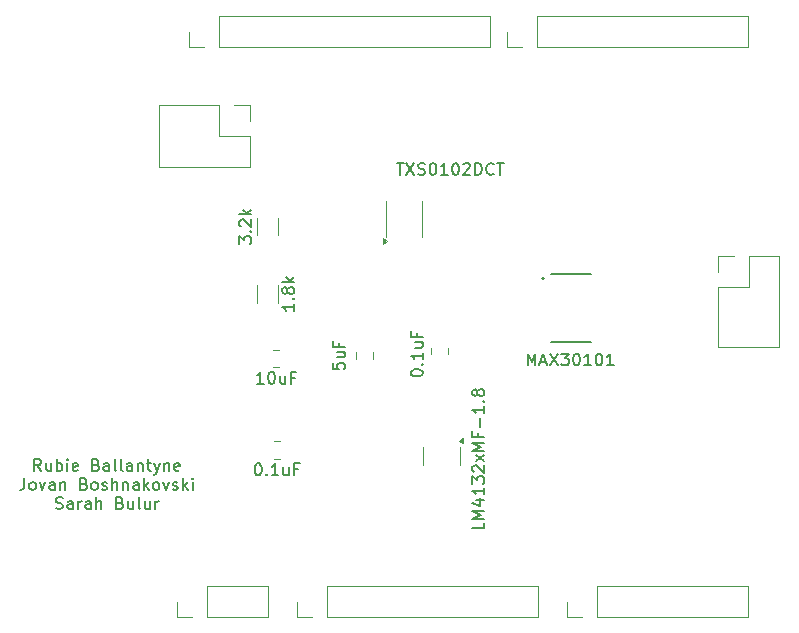
<source format=gbr>
%TF.GenerationSoftware,KiCad,Pcbnew,8.0.5*%
%TF.CreationDate,2024-12-01T00:47:41-06:00*%
%TF.ProjectId,ArduinoUnoR4Shield,41726475-696e-46f5-956e-6f5234536869,1.0*%
%TF.SameCoordinates,Original*%
%TF.FileFunction,Legend,Top*%
%TF.FilePolarity,Positive*%
%FSLAX46Y46*%
G04 Gerber Fmt 4.6, Leading zero omitted, Abs format (unit mm)*
G04 Created by KiCad (PCBNEW 8.0.5) date 2024-12-01 00:47:41*
%MOMM*%
%LPD*%
G01*
G04 APERTURE LIST*
%ADD10C,0.150000*%
%ADD11C,0.200000*%
%ADD12C,0.127000*%
%ADD13C,0.120000*%
G04 APERTURE END LIST*
D10*
X111649570Y-105778875D02*
X111316237Y-105302684D01*
X111078142Y-105778875D02*
X111078142Y-104778875D01*
X111078142Y-104778875D02*
X111459094Y-104778875D01*
X111459094Y-104778875D02*
X111554332Y-104826494D01*
X111554332Y-104826494D02*
X111601951Y-104874113D01*
X111601951Y-104874113D02*
X111649570Y-104969351D01*
X111649570Y-104969351D02*
X111649570Y-105112208D01*
X111649570Y-105112208D02*
X111601951Y-105207446D01*
X111601951Y-105207446D02*
X111554332Y-105255065D01*
X111554332Y-105255065D02*
X111459094Y-105302684D01*
X111459094Y-105302684D02*
X111078142Y-105302684D01*
X112506713Y-105112208D02*
X112506713Y-105778875D01*
X112078142Y-105112208D02*
X112078142Y-105636017D01*
X112078142Y-105636017D02*
X112125761Y-105731256D01*
X112125761Y-105731256D02*
X112220999Y-105778875D01*
X112220999Y-105778875D02*
X112363856Y-105778875D01*
X112363856Y-105778875D02*
X112459094Y-105731256D01*
X112459094Y-105731256D02*
X112506713Y-105683636D01*
X112982904Y-105778875D02*
X112982904Y-104778875D01*
X112982904Y-105159827D02*
X113078142Y-105112208D01*
X113078142Y-105112208D02*
X113268618Y-105112208D01*
X113268618Y-105112208D02*
X113363856Y-105159827D01*
X113363856Y-105159827D02*
X113411475Y-105207446D01*
X113411475Y-105207446D02*
X113459094Y-105302684D01*
X113459094Y-105302684D02*
X113459094Y-105588398D01*
X113459094Y-105588398D02*
X113411475Y-105683636D01*
X113411475Y-105683636D02*
X113363856Y-105731256D01*
X113363856Y-105731256D02*
X113268618Y-105778875D01*
X113268618Y-105778875D02*
X113078142Y-105778875D01*
X113078142Y-105778875D02*
X112982904Y-105731256D01*
X113887666Y-105778875D02*
X113887666Y-105112208D01*
X113887666Y-104778875D02*
X113840047Y-104826494D01*
X113840047Y-104826494D02*
X113887666Y-104874113D01*
X113887666Y-104874113D02*
X113935285Y-104826494D01*
X113935285Y-104826494D02*
X113887666Y-104778875D01*
X113887666Y-104778875D02*
X113887666Y-104874113D01*
X114744808Y-105731256D02*
X114649570Y-105778875D01*
X114649570Y-105778875D02*
X114459094Y-105778875D01*
X114459094Y-105778875D02*
X114363856Y-105731256D01*
X114363856Y-105731256D02*
X114316237Y-105636017D01*
X114316237Y-105636017D02*
X114316237Y-105255065D01*
X114316237Y-105255065D02*
X114363856Y-105159827D01*
X114363856Y-105159827D02*
X114459094Y-105112208D01*
X114459094Y-105112208D02*
X114649570Y-105112208D01*
X114649570Y-105112208D02*
X114744808Y-105159827D01*
X114744808Y-105159827D02*
X114792427Y-105255065D01*
X114792427Y-105255065D02*
X114792427Y-105350303D01*
X114792427Y-105350303D02*
X114316237Y-105445541D01*
X116316237Y-105255065D02*
X116459094Y-105302684D01*
X116459094Y-105302684D02*
X116506713Y-105350303D01*
X116506713Y-105350303D02*
X116554332Y-105445541D01*
X116554332Y-105445541D02*
X116554332Y-105588398D01*
X116554332Y-105588398D02*
X116506713Y-105683636D01*
X116506713Y-105683636D02*
X116459094Y-105731256D01*
X116459094Y-105731256D02*
X116363856Y-105778875D01*
X116363856Y-105778875D02*
X115982904Y-105778875D01*
X115982904Y-105778875D02*
X115982904Y-104778875D01*
X115982904Y-104778875D02*
X116316237Y-104778875D01*
X116316237Y-104778875D02*
X116411475Y-104826494D01*
X116411475Y-104826494D02*
X116459094Y-104874113D01*
X116459094Y-104874113D02*
X116506713Y-104969351D01*
X116506713Y-104969351D02*
X116506713Y-105064589D01*
X116506713Y-105064589D02*
X116459094Y-105159827D01*
X116459094Y-105159827D02*
X116411475Y-105207446D01*
X116411475Y-105207446D02*
X116316237Y-105255065D01*
X116316237Y-105255065D02*
X115982904Y-105255065D01*
X117411475Y-105778875D02*
X117411475Y-105255065D01*
X117411475Y-105255065D02*
X117363856Y-105159827D01*
X117363856Y-105159827D02*
X117268618Y-105112208D01*
X117268618Y-105112208D02*
X117078142Y-105112208D01*
X117078142Y-105112208D02*
X116982904Y-105159827D01*
X117411475Y-105731256D02*
X117316237Y-105778875D01*
X117316237Y-105778875D02*
X117078142Y-105778875D01*
X117078142Y-105778875D02*
X116982904Y-105731256D01*
X116982904Y-105731256D02*
X116935285Y-105636017D01*
X116935285Y-105636017D02*
X116935285Y-105540779D01*
X116935285Y-105540779D02*
X116982904Y-105445541D01*
X116982904Y-105445541D02*
X117078142Y-105397922D01*
X117078142Y-105397922D02*
X117316237Y-105397922D01*
X117316237Y-105397922D02*
X117411475Y-105350303D01*
X118030523Y-105778875D02*
X117935285Y-105731256D01*
X117935285Y-105731256D02*
X117887666Y-105636017D01*
X117887666Y-105636017D02*
X117887666Y-104778875D01*
X118554333Y-105778875D02*
X118459095Y-105731256D01*
X118459095Y-105731256D02*
X118411476Y-105636017D01*
X118411476Y-105636017D02*
X118411476Y-104778875D01*
X119363857Y-105778875D02*
X119363857Y-105255065D01*
X119363857Y-105255065D02*
X119316238Y-105159827D01*
X119316238Y-105159827D02*
X119221000Y-105112208D01*
X119221000Y-105112208D02*
X119030524Y-105112208D01*
X119030524Y-105112208D02*
X118935286Y-105159827D01*
X119363857Y-105731256D02*
X119268619Y-105778875D01*
X119268619Y-105778875D02*
X119030524Y-105778875D01*
X119030524Y-105778875D02*
X118935286Y-105731256D01*
X118935286Y-105731256D02*
X118887667Y-105636017D01*
X118887667Y-105636017D02*
X118887667Y-105540779D01*
X118887667Y-105540779D02*
X118935286Y-105445541D01*
X118935286Y-105445541D02*
X119030524Y-105397922D01*
X119030524Y-105397922D02*
X119268619Y-105397922D01*
X119268619Y-105397922D02*
X119363857Y-105350303D01*
X119840048Y-105112208D02*
X119840048Y-105778875D01*
X119840048Y-105207446D02*
X119887667Y-105159827D01*
X119887667Y-105159827D02*
X119982905Y-105112208D01*
X119982905Y-105112208D02*
X120125762Y-105112208D01*
X120125762Y-105112208D02*
X120221000Y-105159827D01*
X120221000Y-105159827D02*
X120268619Y-105255065D01*
X120268619Y-105255065D02*
X120268619Y-105778875D01*
X120601953Y-105112208D02*
X120982905Y-105112208D01*
X120744810Y-104778875D02*
X120744810Y-105636017D01*
X120744810Y-105636017D02*
X120792429Y-105731256D01*
X120792429Y-105731256D02*
X120887667Y-105778875D01*
X120887667Y-105778875D02*
X120982905Y-105778875D01*
X121221001Y-105112208D02*
X121459096Y-105778875D01*
X121697191Y-105112208D02*
X121459096Y-105778875D01*
X121459096Y-105778875D02*
X121363858Y-106016970D01*
X121363858Y-106016970D02*
X121316239Y-106064589D01*
X121316239Y-106064589D02*
X121221001Y-106112208D01*
X122078144Y-105112208D02*
X122078144Y-105778875D01*
X122078144Y-105207446D02*
X122125763Y-105159827D01*
X122125763Y-105159827D02*
X122221001Y-105112208D01*
X122221001Y-105112208D02*
X122363858Y-105112208D01*
X122363858Y-105112208D02*
X122459096Y-105159827D01*
X122459096Y-105159827D02*
X122506715Y-105255065D01*
X122506715Y-105255065D02*
X122506715Y-105778875D01*
X123363858Y-105731256D02*
X123268620Y-105778875D01*
X123268620Y-105778875D02*
X123078144Y-105778875D01*
X123078144Y-105778875D02*
X122982906Y-105731256D01*
X122982906Y-105731256D02*
X122935287Y-105636017D01*
X122935287Y-105636017D02*
X122935287Y-105255065D01*
X122935287Y-105255065D02*
X122982906Y-105159827D01*
X122982906Y-105159827D02*
X123078144Y-105112208D01*
X123078144Y-105112208D02*
X123268620Y-105112208D01*
X123268620Y-105112208D02*
X123363858Y-105159827D01*
X123363858Y-105159827D02*
X123411477Y-105255065D01*
X123411477Y-105255065D02*
X123411477Y-105350303D01*
X123411477Y-105350303D02*
X122935287Y-105445541D01*
X110244808Y-106388819D02*
X110244808Y-107103104D01*
X110244808Y-107103104D02*
X110197189Y-107245961D01*
X110197189Y-107245961D02*
X110101951Y-107341200D01*
X110101951Y-107341200D02*
X109959094Y-107388819D01*
X109959094Y-107388819D02*
X109863856Y-107388819D01*
X110863856Y-107388819D02*
X110768618Y-107341200D01*
X110768618Y-107341200D02*
X110720999Y-107293580D01*
X110720999Y-107293580D02*
X110673380Y-107198342D01*
X110673380Y-107198342D02*
X110673380Y-106912628D01*
X110673380Y-106912628D02*
X110720999Y-106817390D01*
X110720999Y-106817390D02*
X110768618Y-106769771D01*
X110768618Y-106769771D02*
X110863856Y-106722152D01*
X110863856Y-106722152D02*
X111006713Y-106722152D01*
X111006713Y-106722152D02*
X111101951Y-106769771D01*
X111101951Y-106769771D02*
X111149570Y-106817390D01*
X111149570Y-106817390D02*
X111197189Y-106912628D01*
X111197189Y-106912628D02*
X111197189Y-107198342D01*
X111197189Y-107198342D02*
X111149570Y-107293580D01*
X111149570Y-107293580D02*
X111101951Y-107341200D01*
X111101951Y-107341200D02*
X111006713Y-107388819D01*
X111006713Y-107388819D02*
X110863856Y-107388819D01*
X111530523Y-106722152D02*
X111768618Y-107388819D01*
X111768618Y-107388819D02*
X112006713Y-106722152D01*
X112816237Y-107388819D02*
X112816237Y-106865009D01*
X112816237Y-106865009D02*
X112768618Y-106769771D01*
X112768618Y-106769771D02*
X112673380Y-106722152D01*
X112673380Y-106722152D02*
X112482904Y-106722152D01*
X112482904Y-106722152D02*
X112387666Y-106769771D01*
X112816237Y-107341200D02*
X112720999Y-107388819D01*
X112720999Y-107388819D02*
X112482904Y-107388819D01*
X112482904Y-107388819D02*
X112387666Y-107341200D01*
X112387666Y-107341200D02*
X112340047Y-107245961D01*
X112340047Y-107245961D02*
X112340047Y-107150723D01*
X112340047Y-107150723D02*
X112387666Y-107055485D01*
X112387666Y-107055485D02*
X112482904Y-107007866D01*
X112482904Y-107007866D02*
X112720999Y-107007866D01*
X112720999Y-107007866D02*
X112816237Y-106960247D01*
X113292428Y-106722152D02*
X113292428Y-107388819D01*
X113292428Y-106817390D02*
X113340047Y-106769771D01*
X113340047Y-106769771D02*
X113435285Y-106722152D01*
X113435285Y-106722152D02*
X113578142Y-106722152D01*
X113578142Y-106722152D02*
X113673380Y-106769771D01*
X113673380Y-106769771D02*
X113720999Y-106865009D01*
X113720999Y-106865009D02*
X113720999Y-107388819D01*
X115292428Y-106865009D02*
X115435285Y-106912628D01*
X115435285Y-106912628D02*
X115482904Y-106960247D01*
X115482904Y-106960247D02*
X115530523Y-107055485D01*
X115530523Y-107055485D02*
X115530523Y-107198342D01*
X115530523Y-107198342D02*
X115482904Y-107293580D01*
X115482904Y-107293580D02*
X115435285Y-107341200D01*
X115435285Y-107341200D02*
X115340047Y-107388819D01*
X115340047Y-107388819D02*
X114959095Y-107388819D01*
X114959095Y-107388819D02*
X114959095Y-106388819D01*
X114959095Y-106388819D02*
X115292428Y-106388819D01*
X115292428Y-106388819D02*
X115387666Y-106436438D01*
X115387666Y-106436438D02*
X115435285Y-106484057D01*
X115435285Y-106484057D02*
X115482904Y-106579295D01*
X115482904Y-106579295D02*
X115482904Y-106674533D01*
X115482904Y-106674533D02*
X115435285Y-106769771D01*
X115435285Y-106769771D02*
X115387666Y-106817390D01*
X115387666Y-106817390D02*
X115292428Y-106865009D01*
X115292428Y-106865009D02*
X114959095Y-106865009D01*
X116101952Y-107388819D02*
X116006714Y-107341200D01*
X116006714Y-107341200D02*
X115959095Y-107293580D01*
X115959095Y-107293580D02*
X115911476Y-107198342D01*
X115911476Y-107198342D02*
X115911476Y-106912628D01*
X115911476Y-106912628D02*
X115959095Y-106817390D01*
X115959095Y-106817390D02*
X116006714Y-106769771D01*
X116006714Y-106769771D02*
X116101952Y-106722152D01*
X116101952Y-106722152D02*
X116244809Y-106722152D01*
X116244809Y-106722152D02*
X116340047Y-106769771D01*
X116340047Y-106769771D02*
X116387666Y-106817390D01*
X116387666Y-106817390D02*
X116435285Y-106912628D01*
X116435285Y-106912628D02*
X116435285Y-107198342D01*
X116435285Y-107198342D02*
X116387666Y-107293580D01*
X116387666Y-107293580D02*
X116340047Y-107341200D01*
X116340047Y-107341200D02*
X116244809Y-107388819D01*
X116244809Y-107388819D02*
X116101952Y-107388819D01*
X116816238Y-107341200D02*
X116911476Y-107388819D01*
X116911476Y-107388819D02*
X117101952Y-107388819D01*
X117101952Y-107388819D02*
X117197190Y-107341200D01*
X117197190Y-107341200D02*
X117244809Y-107245961D01*
X117244809Y-107245961D02*
X117244809Y-107198342D01*
X117244809Y-107198342D02*
X117197190Y-107103104D01*
X117197190Y-107103104D02*
X117101952Y-107055485D01*
X117101952Y-107055485D02*
X116959095Y-107055485D01*
X116959095Y-107055485D02*
X116863857Y-107007866D01*
X116863857Y-107007866D02*
X116816238Y-106912628D01*
X116816238Y-106912628D02*
X116816238Y-106865009D01*
X116816238Y-106865009D02*
X116863857Y-106769771D01*
X116863857Y-106769771D02*
X116959095Y-106722152D01*
X116959095Y-106722152D02*
X117101952Y-106722152D01*
X117101952Y-106722152D02*
X117197190Y-106769771D01*
X117673381Y-107388819D02*
X117673381Y-106388819D01*
X118101952Y-107388819D02*
X118101952Y-106865009D01*
X118101952Y-106865009D02*
X118054333Y-106769771D01*
X118054333Y-106769771D02*
X117959095Y-106722152D01*
X117959095Y-106722152D02*
X117816238Y-106722152D01*
X117816238Y-106722152D02*
X117721000Y-106769771D01*
X117721000Y-106769771D02*
X117673381Y-106817390D01*
X118578143Y-106722152D02*
X118578143Y-107388819D01*
X118578143Y-106817390D02*
X118625762Y-106769771D01*
X118625762Y-106769771D02*
X118721000Y-106722152D01*
X118721000Y-106722152D02*
X118863857Y-106722152D01*
X118863857Y-106722152D02*
X118959095Y-106769771D01*
X118959095Y-106769771D02*
X119006714Y-106865009D01*
X119006714Y-106865009D02*
X119006714Y-107388819D01*
X119911476Y-107388819D02*
X119911476Y-106865009D01*
X119911476Y-106865009D02*
X119863857Y-106769771D01*
X119863857Y-106769771D02*
X119768619Y-106722152D01*
X119768619Y-106722152D02*
X119578143Y-106722152D01*
X119578143Y-106722152D02*
X119482905Y-106769771D01*
X119911476Y-107341200D02*
X119816238Y-107388819D01*
X119816238Y-107388819D02*
X119578143Y-107388819D01*
X119578143Y-107388819D02*
X119482905Y-107341200D01*
X119482905Y-107341200D02*
X119435286Y-107245961D01*
X119435286Y-107245961D02*
X119435286Y-107150723D01*
X119435286Y-107150723D02*
X119482905Y-107055485D01*
X119482905Y-107055485D02*
X119578143Y-107007866D01*
X119578143Y-107007866D02*
X119816238Y-107007866D01*
X119816238Y-107007866D02*
X119911476Y-106960247D01*
X120387667Y-107388819D02*
X120387667Y-106388819D01*
X120482905Y-107007866D02*
X120768619Y-107388819D01*
X120768619Y-106722152D02*
X120387667Y-107103104D01*
X121340048Y-107388819D02*
X121244810Y-107341200D01*
X121244810Y-107341200D02*
X121197191Y-107293580D01*
X121197191Y-107293580D02*
X121149572Y-107198342D01*
X121149572Y-107198342D02*
X121149572Y-106912628D01*
X121149572Y-106912628D02*
X121197191Y-106817390D01*
X121197191Y-106817390D02*
X121244810Y-106769771D01*
X121244810Y-106769771D02*
X121340048Y-106722152D01*
X121340048Y-106722152D02*
X121482905Y-106722152D01*
X121482905Y-106722152D02*
X121578143Y-106769771D01*
X121578143Y-106769771D02*
X121625762Y-106817390D01*
X121625762Y-106817390D02*
X121673381Y-106912628D01*
X121673381Y-106912628D02*
X121673381Y-107198342D01*
X121673381Y-107198342D02*
X121625762Y-107293580D01*
X121625762Y-107293580D02*
X121578143Y-107341200D01*
X121578143Y-107341200D02*
X121482905Y-107388819D01*
X121482905Y-107388819D02*
X121340048Y-107388819D01*
X122006715Y-106722152D02*
X122244810Y-107388819D01*
X122244810Y-107388819D02*
X122482905Y-106722152D01*
X122816239Y-107341200D02*
X122911477Y-107388819D01*
X122911477Y-107388819D02*
X123101953Y-107388819D01*
X123101953Y-107388819D02*
X123197191Y-107341200D01*
X123197191Y-107341200D02*
X123244810Y-107245961D01*
X123244810Y-107245961D02*
X123244810Y-107198342D01*
X123244810Y-107198342D02*
X123197191Y-107103104D01*
X123197191Y-107103104D02*
X123101953Y-107055485D01*
X123101953Y-107055485D02*
X122959096Y-107055485D01*
X122959096Y-107055485D02*
X122863858Y-107007866D01*
X122863858Y-107007866D02*
X122816239Y-106912628D01*
X122816239Y-106912628D02*
X122816239Y-106865009D01*
X122816239Y-106865009D02*
X122863858Y-106769771D01*
X122863858Y-106769771D02*
X122959096Y-106722152D01*
X122959096Y-106722152D02*
X123101953Y-106722152D01*
X123101953Y-106722152D02*
X123197191Y-106769771D01*
X123673382Y-107388819D02*
X123673382Y-106388819D01*
X123768620Y-107007866D02*
X124054334Y-107388819D01*
X124054334Y-106722152D02*
X123673382Y-107103104D01*
X124482906Y-107388819D02*
X124482906Y-106722152D01*
X124482906Y-106388819D02*
X124435287Y-106436438D01*
X124435287Y-106436438D02*
X124482906Y-106484057D01*
X124482906Y-106484057D02*
X124530525Y-106436438D01*
X124530525Y-106436438D02*
X124482906Y-106388819D01*
X124482906Y-106388819D02*
X124482906Y-106484057D01*
X112911475Y-108951144D02*
X113054332Y-108998763D01*
X113054332Y-108998763D02*
X113292427Y-108998763D01*
X113292427Y-108998763D02*
X113387665Y-108951144D01*
X113387665Y-108951144D02*
X113435284Y-108903524D01*
X113435284Y-108903524D02*
X113482903Y-108808286D01*
X113482903Y-108808286D02*
X113482903Y-108713048D01*
X113482903Y-108713048D02*
X113435284Y-108617810D01*
X113435284Y-108617810D02*
X113387665Y-108570191D01*
X113387665Y-108570191D02*
X113292427Y-108522572D01*
X113292427Y-108522572D02*
X113101951Y-108474953D01*
X113101951Y-108474953D02*
X113006713Y-108427334D01*
X113006713Y-108427334D02*
X112959094Y-108379715D01*
X112959094Y-108379715D02*
X112911475Y-108284477D01*
X112911475Y-108284477D02*
X112911475Y-108189239D01*
X112911475Y-108189239D02*
X112959094Y-108094001D01*
X112959094Y-108094001D02*
X113006713Y-108046382D01*
X113006713Y-108046382D02*
X113101951Y-107998763D01*
X113101951Y-107998763D02*
X113340046Y-107998763D01*
X113340046Y-107998763D02*
X113482903Y-108046382D01*
X114340046Y-108998763D02*
X114340046Y-108474953D01*
X114340046Y-108474953D02*
X114292427Y-108379715D01*
X114292427Y-108379715D02*
X114197189Y-108332096D01*
X114197189Y-108332096D02*
X114006713Y-108332096D01*
X114006713Y-108332096D02*
X113911475Y-108379715D01*
X114340046Y-108951144D02*
X114244808Y-108998763D01*
X114244808Y-108998763D02*
X114006713Y-108998763D01*
X114006713Y-108998763D02*
X113911475Y-108951144D01*
X113911475Y-108951144D02*
X113863856Y-108855905D01*
X113863856Y-108855905D02*
X113863856Y-108760667D01*
X113863856Y-108760667D02*
X113911475Y-108665429D01*
X113911475Y-108665429D02*
X114006713Y-108617810D01*
X114006713Y-108617810D02*
X114244808Y-108617810D01*
X114244808Y-108617810D02*
X114340046Y-108570191D01*
X114816237Y-108998763D02*
X114816237Y-108332096D01*
X114816237Y-108522572D02*
X114863856Y-108427334D01*
X114863856Y-108427334D02*
X114911475Y-108379715D01*
X114911475Y-108379715D02*
X115006713Y-108332096D01*
X115006713Y-108332096D02*
X115101951Y-108332096D01*
X115863856Y-108998763D02*
X115863856Y-108474953D01*
X115863856Y-108474953D02*
X115816237Y-108379715D01*
X115816237Y-108379715D02*
X115720999Y-108332096D01*
X115720999Y-108332096D02*
X115530523Y-108332096D01*
X115530523Y-108332096D02*
X115435285Y-108379715D01*
X115863856Y-108951144D02*
X115768618Y-108998763D01*
X115768618Y-108998763D02*
X115530523Y-108998763D01*
X115530523Y-108998763D02*
X115435285Y-108951144D01*
X115435285Y-108951144D02*
X115387666Y-108855905D01*
X115387666Y-108855905D02*
X115387666Y-108760667D01*
X115387666Y-108760667D02*
X115435285Y-108665429D01*
X115435285Y-108665429D02*
X115530523Y-108617810D01*
X115530523Y-108617810D02*
X115768618Y-108617810D01*
X115768618Y-108617810D02*
X115863856Y-108570191D01*
X116340047Y-108998763D02*
X116340047Y-107998763D01*
X116768618Y-108998763D02*
X116768618Y-108474953D01*
X116768618Y-108474953D02*
X116720999Y-108379715D01*
X116720999Y-108379715D02*
X116625761Y-108332096D01*
X116625761Y-108332096D02*
X116482904Y-108332096D01*
X116482904Y-108332096D02*
X116387666Y-108379715D01*
X116387666Y-108379715D02*
X116340047Y-108427334D01*
X118340047Y-108474953D02*
X118482904Y-108522572D01*
X118482904Y-108522572D02*
X118530523Y-108570191D01*
X118530523Y-108570191D02*
X118578142Y-108665429D01*
X118578142Y-108665429D02*
X118578142Y-108808286D01*
X118578142Y-108808286D02*
X118530523Y-108903524D01*
X118530523Y-108903524D02*
X118482904Y-108951144D01*
X118482904Y-108951144D02*
X118387666Y-108998763D01*
X118387666Y-108998763D02*
X118006714Y-108998763D01*
X118006714Y-108998763D02*
X118006714Y-107998763D01*
X118006714Y-107998763D02*
X118340047Y-107998763D01*
X118340047Y-107998763D02*
X118435285Y-108046382D01*
X118435285Y-108046382D02*
X118482904Y-108094001D01*
X118482904Y-108094001D02*
X118530523Y-108189239D01*
X118530523Y-108189239D02*
X118530523Y-108284477D01*
X118530523Y-108284477D02*
X118482904Y-108379715D01*
X118482904Y-108379715D02*
X118435285Y-108427334D01*
X118435285Y-108427334D02*
X118340047Y-108474953D01*
X118340047Y-108474953D02*
X118006714Y-108474953D01*
X119435285Y-108332096D02*
X119435285Y-108998763D01*
X119006714Y-108332096D02*
X119006714Y-108855905D01*
X119006714Y-108855905D02*
X119054333Y-108951144D01*
X119054333Y-108951144D02*
X119149571Y-108998763D01*
X119149571Y-108998763D02*
X119292428Y-108998763D01*
X119292428Y-108998763D02*
X119387666Y-108951144D01*
X119387666Y-108951144D02*
X119435285Y-108903524D01*
X120054333Y-108998763D02*
X119959095Y-108951144D01*
X119959095Y-108951144D02*
X119911476Y-108855905D01*
X119911476Y-108855905D02*
X119911476Y-107998763D01*
X120863857Y-108332096D02*
X120863857Y-108998763D01*
X120435286Y-108332096D02*
X120435286Y-108855905D01*
X120435286Y-108855905D02*
X120482905Y-108951144D01*
X120482905Y-108951144D02*
X120578143Y-108998763D01*
X120578143Y-108998763D02*
X120721000Y-108998763D01*
X120721000Y-108998763D02*
X120816238Y-108951144D01*
X120816238Y-108951144D02*
X120863857Y-108903524D01*
X121340048Y-108998763D02*
X121340048Y-108332096D01*
X121340048Y-108522572D02*
X121387667Y-108427334D01*
X121387667Y-108427334D02*
X121435286Y-108379715D01*
X121435286Y-108379715D02*
X121530524Y-108332096D01*
X121530524Y-108332096D02*
X121625762Y-108332096D01*
X136360819Y-96654857D02*
X136360819Y-97131047D01*
X136360819Y-97131047D02*
X136837009Y-97178666D01*
X136837009Y-97178666D02*
X136789390Y-97131047D01*
X136789390Y-97131047D02*
X136741771Y-97035809D01*
X136741771Y-97035809D02*
X136741771Y-96797714D01*
X136741771Y-96797714D02*
X136789390Y-96702476D01*
X136789390Y-96702476D02*
X136837009Y-96654857D01*
X136837009Y-96654857D02*
X136932247Y-96607238D01*
X136932247Y-96607238D02*
X137170342Y-96607238D01*
X137170342Y-96607238D02*
X137265580Y-96654857D01*
X137265580Y-96654857D02*
X137313200Y-96702476D01*
X137313200Y-96702476D02*
X137360819Y-96797714D01*
X137360819Y-96797714D02*
X137360819Y-97035809D01*
X137360819Y-97035809D02*
X137313200Y-97131047D01*
X137313200Y-97131047D02*
X137265580Y-97178666D01*
X136694152Y-95750095D02*
X137360819Y-95750095D01*
X136694152Y-96178666D02*
X137217961Y-96178666D01*
X137217961Y-96178666D02*
X137313200Y-96131047D01*
X137313200Y-96131047D02*
X137360819Y-96035809D01*
X137360819Y-96035809D02*
X137360819Y-95892952D01*
X137360819Y-95892952D02*
X137313200Y-95797714D01*
X137313200Y-95797714D02*
X137265580Y-95750095D01*
X136837009Y-94940571D02*
X136837009Y-95273904D01*
X137360819Y-95273904D02*
X136360819Y-95273904D01*
X136360819Y-95273904D02*
X136360819Y-94797714D01*
X152844952Y-96847819D02*
X152844952Y-95847819D01*
X152844952Y-95847819D02*
X153178285Y-96562104D01*
X153178285Y-96562104D02*
X153511618Y-95847819D01*
X153511618Y-95847819D02*
X153511618Y-96847819D01*
X153940190Y-96562104D02*
X154416380Y-96562104D01*
X153844952Y-96847819D02*
X154178285Y-95847819D01*
X154178285Y-95847819D02*
X154511618Y-96847819D01*
X154749714Y-95847819D02*
X155416380Y-96847819D01*
X155416380Y-95847819D02*
X154749714Y-96847819D01*
X155702095Y-95847819D02*
X156321142Y-95847819D01*
X156321142Y-95847819D02*
X155987809Y-96228771D01*
X155987809Y-96228771D02*
X156130666Y-96228771D01*
X156130666Y-96228771D02*
X156225904Y-96276390D01*
X156225904Y-96276390D02*
X156273523Y-96324009D01*
X156273523Y-96324009D02*
X156321142Y-96419247D01*
X156321142Y-96419247D02*
X156321142Y-96657342D01*
X156321142Y-96657342D02*
X156273523Y-96752580D01*
X156273523Y-96752580D02*
X156225904Y-96800200D01*
X156225904Y-96800200D02*
X156130666Y-96847819D01*
X156130666Y-96847819D02*
X155844952Y-96847819D01*
X155844952Y-96847819D02*
X155749714Y-96800200D01*
X155749714Y-96800200D02*
X155702095Y-96752580D01*
X156940190Y-95847819D02*
X157035428Y-95847819D01*
X157035428Y-95847819D02*
X157130666Y-95895438D01*
X157130666Y-95895438D02*
X157178285Y-95943057D01*
X157178285Y-95943057D02*
X157225904Y-96038295D01*
X157225904Y-96038295D02*
X157273523Y-96228771D01*
X157273523Y-96228771D02*
X157273523Y-96466866D01*
X157273523Y-96466866D02*
X157225904Y-96657342D01*
X157225904Y-96657342D02*
X157178285Y-96752580D01*
X157178285Y-96752580D02*
X157130666Y-96800200D01*
X157130666Y-96800200D02*
X157035428Y-96847819D01*
X157035428Y-96847819D02*
X156940190Y-96847819D01*
X156940190Y-96847819D02*
X156844952Y-96800200D01*
X156844952Y-96800200D02*
X156797333Y-96752580D01*
X156797333Y-96752580D02*
X156749714Y-96657342D01*
X156749714Y-96657342D02*
X156702095Y-96466866D01*
X156702095Y-96466866D02*
X156702095Y-96228771D01*
X156702095Y-96228771D02*
X156749714Y-96038295D01*
X156749714Y-96038295D02*
X156797333Y-95943057D01*
X156797333Y-95943057D02*
X156844952Y-95895438D01*
X156844952Y-95895438D02*
X156940190Y-95847819D01*
X158225904Y-96847819D02*
X157654476Y-96847819D01*
X157940190Y-96847819D02*
X157940190Y-95847819D01*
X157940190Y-95847819D02*
X157844952Y-95990676D01*
X157844952Y-95990676D02*
X157749714Y-96085914D01*
X157749714Y-96085914D02*
X157654476Y-96133533D01*
X158844952Y-95847819D02*
X158940190Y-95847819D01*
X158940190Y-95847819D02*
X159035428Y-95895438D01*
X159035428Y-95895438D02*
X159083047Y-95943057D01*
X159083047Y-95943057D02*
X159130666Y-96038295D01*
X159130666Y-96038295D02*
X159178285Y-96228771D01*
X159178285Y-96228771D02*
X159178285Y-96466866D01*
X159178285Y-96466866D02*
X159130666Y-96657342D01*
X159130666Y-96657342D02*
X159083047Y-96752580D01*
X159083047Y-96752580D02*
X159035428Y-96800200D01*
X159035428Y-96800200D02*
X158940190Y-96847819D01*
X158940190Y-96847819D02*
X158844952Y-96847819D01*
X158844952Y-96847819D02*
X158749714Y-96800200D01*
X158749714Y-96800200D02*
X158702095Y-96752580D01*
X158702095Y-96752580D02*
X158654476Y-96657342D01*
X158654476Y-96657342D02*
X158606857Y-96466866D01*
X158606857Y-96466866D02*
X158606857Y-96228771D01*
X158606857Y-96228771D02*
X158654476Y-96038295D01*
X158654476Y-96038295D02*
X158702095Y-95943057D01*
X158702095Y-95943057D02*
X158749714Y-95895438D01*
X158749714Y-95895438D02*
X158844952Y-95847819D01*
X160130666Y-96847819D02*
X159559238Y-96847819D01*
X159844952Y-96847819D02*
X159844952Y-95847819D01*
X159844952Y-95847819D02*
X159749714Y-95990676D01*
X159749714Y-95990676D02*
X159654476Y-96085914D01*
X159654476Y-96085914D02*
X159559238Y-96133533D01*
X149171819Y-110155952D02*
X149171819Y-110632142D01*
X149171819Y-110632142D02*
X148171819Y-110632142D01*
X149171819Y-109822618D02*
X148171819Y-109822618D01*
X148171819Y-109822618D02*
X148886104Y-109489285D01*
X148886104Y-109489285D02*
X148171819Y-109155952D01*
X148171819Y-109155952D02*
X149171819Y-109155952D01*
X148505152Y-108251190D02*
X149171819Y-108251190D01*
X148124200Y-108489285D02*
X148838485Y-108727380D01*
X148838485Y-108727380D02*
X148838485Y-108108333D01*
X149171819Y-107203571D02*
X149171819Y-107774999D01*
X149171819Y-107489285D02*
X148171819Y-107489285D01*
X148171819Y-107489285D02*
X148314676Y-107584523D01*
X148314676Y-107584523D02*
X148409914Y-107679761D01*
X148409914Y-107679761D02*
X148457533Y-107774999D01*
X148171819Y-106870237D02*
X148171819Y-106251190D01*
X148171819Y-106251190D02*
X148552771Y-106584523D01*
X148552771Y-106584523D02*
X148552771Y-106441666D01*
X148552771Y-106441666D02*
X148600390Y-106346428D01*
X148600390Y-106346428D02*
X148648009Y-106298809D01*
X148648009Y-106298809D02*
X148743247Y-106251190D01*
X148743247Y-106251190D02*
X148981342Y-106251190D01*
X148981342Y-106251190D02*
X149076580Y-106298809D01*
X149076580Y-106298809D02*
X149124200Y-106346428D01*
X149124200Y-106346428D02*
X149171819Y-106441666D01*
X149171819Y-106441666D02*
X149171819Y-106727380D01*
X149171819Y-106727380D02*
X149124200Y-106822618D01*
X149124200Y-106822618D02*
X149076580Y-106870237D01*
X148267057Y-105870237D02*
X148219438Y-105822618D01*
X148219438Y-105822618D02*
X148171819Y-105727380D01*
X148171819Y-105727380D02*
X148171819Y-105489285D01*
X148171819Y-105489285D02*
X148219438Y-105394047D01*
X148219438Y-105394047D02*
X148267057Y-105346428D01*
X148267057Y-105346428D02*
X148362295Y-105298809D01*
X148362295Y-105298809D02*
X148457533Y-105298809D01*
X148457533Y-105298809D02*
X148600390Y-105346428D01*
X148600390Y-105346428D02*
X149171819Y-105917856D01*
X149171819Y-105917856D02*
X149171819Y-105298809D01*
X149171819Y-104965475D02*
X148505152Y-104441666D01*
X148505152Y-104965475D02*
X149171819Y-104441666D01*
X149171819Y-104060713D02*
X148171819Y-104060713D01*
X148171819Y-104060713D02*
X148886104Y-103727380D01*
X148886104Y-103727380D02*
X148171819Y-103394047D01*
X148171819Y-103394047D02*
X149171819Y-103394047D01*
X148648009Y-102584523D02*
X148648009Y-102917856D01*
X149171819Y-102917856D02*
X148171819Y-102917856D01*
X148171819Y-102917856D02*
X148171819Y-102441666D01*
X148790866Y-102060713D02*
X148790866Y-101298809D01*
X149171819Y-100298809D02*
X149171819Y-100870237D01*
X149171819Y-100584523D02*
X148171819Y-100584523D01*
X148171819Y-100584523D02*
X148314676Y-100679761D01*
X148314676Y-100679761D02*
X148409914Y-100774999D01*
X148409914Y-100774999D02*
X148457533Y-100870237D01*
X149076580Y-99870237D02*
X149124200Y-99822618D01*
X149124200Y-99822618D02*
X149171819Y-99870237D01*
X149171819Y-99870237D02*
X149124200Y-99917856D01*
X149124200Y-99917856D02*
X149076580Y-99870237D01*
X149076580Y-99870237D02*
X149171819Y-99870237D01*
X148600390Y-99251190D02*
X148552771Y-99346428D01*
X148552771Y-99346428D02*
X148505152Y-99394047D01*
X148505152Y-99394047D02*
X148409914Y-99441666D01*
X148409914Y-99441666D02*
X148362295Y-99441666D01*
X148362295Y-99441666D02*
X148267057Y-99394047D01*
X148267057Y-99394047D02*
X148219438Y-99346428D01*
X148219438Y-99346428D02*
X148171819Y-99251190D01*
X148171819Y-99251190D02*
X148171819Y-99060714D01*
X148171819Y-99060714D02*
X148219438Y-98965476D01*
X148219438Y-98965476D02*
X148267057Y-98917857D01*
X148267057Y-98917857D02*
X148362295Y-98870238D01*
X148362295Y-98870238D02*
X148409914Y-98870238D01*
X148409914Y-98870238D02*
X148505152Y-98917857D01*
X148505152Y-98917857D02*
X148552771Y-98965476D01*
X148552771Y-98965476D02*
X148600390Y-99060714D01*
X148600390Y-99060714D02*
X148600390Y-99251190D01*
X148600390Y-99251190D02*
X148648009Y-99346428D01*
X148648009Y-99346428D02*
X148695628Y-99394047D01*
X148695628Y-99394047D02*
X148790866Y-99441666D01*
X148790866Y-99441666D02*
X148981342Y-99441666D01*
X148981342Y-99441666D02*
X149076580Y-99394047D01*
X149076580Y-99394047D02*
X149124200Y-99346428D01*
X149124200Y-99346428D02*
X149171819Y-99251190D01*
X149171819Y-99251190D02*
X149171819Y-99060714D01*
X149171819Y-99060714D02*
X149124200Y-98965476D01*
X149124200Y-98965476D02*
X149076580Y-98917857D01*
X149076580Y-98917857D02*
X148981342Y-98870238D01*
X148981342Y-98870238D02*
X148790866Y-98870238D01*
X148790866Y-98870238D02*
X148695628Y-98917857D01*
X148695628Y-98917857D02*
X148648009Y-98965476D01*
X148648009Y-98965476D02*
X148600390Y-99060714D01*
X141780190Y-79718819D02*
X142351618Y-79718819D01*
X142065904Y-80718819D02*
X142065904Y-79718819D01*
X142589714Y-79718819D02*
X143256380Y-80718819D01*
X143256380Y-79718819D02*
X142589714Y-80718819D01*
X143589714Y-80671200D02*
X143732571Y-80718819D01*
X143732571Y-80718819D02*
X143970666Y-80718819D01*
X143970666Y-80718819D02*
X144065904Y-80671200D01*
X144065904Y-80671200D02*
X144113523Y-80623580D01*
X144113523Y-80623580D02*
X144161142Y-80528342D01*
X144161142Y-80528342D02*
X144161142Y-80433104D01*
X144161142Y-80433104D02*
X144113523Y-80337866D01*
X144113523Y-80337866D02*
X144065904Y-80290247D01*
X144065904Y-80290247D02*
X143970666Y-80242628D01*
X143970666Y-80242628D02*
X143780190Y-80195009D01*
X143780190Y-80195009D02*
X143684952Y-80147390D01*
X143684952Y-80147390D02*
X143637333Y-80099771D01*
X143637333Y-80099771D02*
X143589714Y-80004533D01*
X143589714Y-80004533D02*
X143589714Y-79909295D01*
X143589714Y-79909295D02*
X143637333Y-79814057D01*
X143637333Y-79814057D02*
X143684952Y-79766438D01*
X143684952Y-79766438D02*
X143780190Y-79718819D01*
X143780190Y-79718819D02*
X144018285Y-79718819D01*
X144018285Y-79718819D02*
X144161142Y-79766438D01*
X144780190Y-79718819D02*
X144875428Y-79718819D01*
X144875428Y-79718819D02*
X144970666Y-79766438D01*
X144970666Y-79766438D02*
X145018285Y-79814057D01*
X145018285Y-79814057D02*
X145065904Y-79909295D01*
X145065904Y-79909295D02*
X145113523Y-80099771D01*
X145113523Y-80099771D02*
X145113523Y-80337866D01*
X145113523Y-80337866D02*
X145065904Y-80528342D01*
X145065904Y-80528342D02*
X145018285Y-80623580D01*
X145018285Y-80623580D02*
X144970666Y-80671200D01*
X144970666Y-80671200D02*
X144875428Y-80718819D01*
X144875428Y-80718819D02*
X144780190Y-80718819D01*
X144780190Y-80718819D02*
X144684952Y-80671200D01*
X144684952Y-80671200D02*
X144637333Y-80623580D01*
X144637333Y-80623580D02*
X144589714Y-80528342D01*
X144589714Y-80528342D02*
X144542095Y-80337866D01*
X144542095Y-80337866D02*
X144542095Y-80099771D01*
X144542095Y-80099771D02*
X144589714Y-79909295D01*
X144589714Y-79909295D02*
X144637333Y-79814057D01*
X144637333Y-79814057D02*
X144684952Y-79766438D01*
X144684952Y-79766438D02*
X144780190Y-79718819D01*
X146065904Y-80718819D02*
X145494476Y-80718819D01*
X145780190Y-80718819D02*
X145780190Y-79718819D01*
X145780190Y-79718819D02*
X145684952Y-79861676D01*
X145684952Y-79861676D02*
X145589714Y-79956914D01*
X145589714Y-79956914D02*
X145494476Y-80004533D01*
X146684952Y-79718819D02*
X146780190Y-79718819D01*
X146780190Y-79718819D02*
X146875428Y-79766438D01*
X146875428Y-79766438D02*
X146923047Y-79814057D01*
X146923047Y-79814057D02*
X146970666Y-79909295D01*
X146970666Y-79909295D02*
X147018285Y-80099771D01*
X147018285Y-80099771D02*
X147018285Y-80337866D01*
X147018285Y-80337866D02*
X146970666Y-80528342D01*
X146970666Y-80528342D02*
X146923047Y-80623580D01*
X146923047Y-80623580D02*
X146875428Y-80671200D01*
X146875428Y-80671200D02*
X146780190Y-80718819D01*
X146780190Y-80718819D02*
X146684952Y-80718819D01*
X146684952Y-80718819D02*
X146589714Y-80671200D01*
X146589714Y-80671200D02*
X146542095Y-80623580D01*
X146542095Y-80623580D02*
X146494476Y-80528342D01*
X146494476Y-80528342D02*
X146446857Y-80337866D01*
X146446857Y-80337866D02*
X146446857Y-80099771D01*
X146446857Y-80099771D02*
X146494476Y-79909295D01*
X146494476Y-79909295D02*
X146542095Y-79814057D01*
X146542095Y-79814057D02*
X146589714Y-79766438D01*
X146589714Y-79766438D02*
X146684952Y-79718819D01*
X147399238Y-79814057D02*
X147446857Y-79766438D01*
X147446857Y-79766438D02*
X147542095Y-79718819D01*
X147542095Y-79718819D02*
X147780190Y-79718819D01*
X147780190Y-79718819D02*
X147875428Y-79766438D01*
X147875428Y-79766438D02*
X147923047Y-79814057D01*
X147923047Y-79814057D02*
X147970666Y-79909295D01*
X147970666Y-79909295D02*
X147970666Y-80004533D01*
X147970666Y-80004533D02*
X147923047Y-80147390D01*
X147923047Y-80147390D02*
X147351619Y-80718819D01*
X147351619Y-80718819D02*
X147970666Y-80718819D01*
X148399238Y-80718819D02*
X148399238Y-79718819D01*
X148399238Y-79718819D02*
X148637333Y-79718819D01*
X148637333Y-79718819D02*
X148780190Y-79766438D01*
X148780190Y-79766438D02*
X148875428Y-79861676D01*
X148875428Y-79861676D02*
X148923047Y-79956914D01*
X148923047Y-79956914D02*
X148970666Y-80147390D01*
X148970666Y-80147390D02*
X148970666Y-80290247D01*
X148970666Y-80290247D02*
X148923047Y-80480723D01*
X148923047Y-80480723D02*
X148875428Y-80575961D01*
X148875428Y-80575961D02*
X148780190Y-80671200D01*
X148780190Y-80671200D02*
X148637333Y-80718819D01*
X148637333Y-80718819D02*
X148399238Y-80718819D01*
X149970666Y-80623580D02*
X149923047Y-80671200D01*
X149923047Y-80671200D02*
X149780190Y-80718819D01*
X149780190Y-80718819D02*
X149684952Y-80718819D01*
X149684952Y-80718819D02*
X149542095Y-80671200D01*
X149542095Y-80671200D02*
X149446857Y-80575961D01*
X149446857Y-80575961D02*
X149399238Y-80480723D01*
X149399238Y-80480723D02*
X149351619Y-80290247D01*
X149351619Y-80290247D02*
X149351619Y-80147390D01*
X149351619Y-80147390D02*
X149399238Y-79956914D01*
X149399238Y-79956914D02*
X149446857Y-79861676D01*
X149446857Y-79861676D02*
X149542095Y-79766438D01*
X149542095Y-79766438D02*
X149684952Y-79718819D01*
X149684952Y-79718819D02*
X149780190Y-79718819D01*
X149780190Y-79718819D02*
X149923047Y-79766438D01*
X149923047Y-79766438D02*
X149970666Y-79814057D01*
X150256381Y-79718819D02*
X150827809Y-79718819D01*
X150542095Y-80718819D02*
X150542095Y-79718819D01*
X133084819Y-91638333D02*
X133084819Y-92209761D01*
X133084819Y-91924047D02*
X132084819Y-91924047D01*
X132084819Y-91924047D02*
X132227676Y-92019285D01*
X132227676Y-92019285D02*
X132322914Y-92114523D01*
X132322914Y-92114523D02*
X132370533Y-92209761D01*
X132989580Y-91209761D02*
X133037200Y-91162142D01*
X133037200Y-91162142D02*
X133084819Y-91209761D01*
X133084819Y-91209761D02*
X133037200Y-91257380D01*
X133037200Y-91257380D02*
X132989580Y-91209761D01*
X132989580Y-91209761D02*
X133084819Y-91209761D01*
X132513390Y-90590714D02*
X132465771Y-90685952D01*
X132465771Y-90685952D02*
X132418152Y-90733571D01*
X132418152Y-90733571D02*
X132322914Y-90781190D01*
X132322914Y-90781190D02*
X132275295Y-90781190D01*
X132275295Y-90781190D02*
X132180057Y-90733571D01*
X132180057Y-90733571D02*
X132132438Y-90685952D01*
X132132438Y-90685952D02*
X132084819Y-90590714D01*
X132084819Y-90590714D02*
X132084819Y-90400238D01*
X132084819Y-90400238D02*
X132132438Y-90305000D01*
X132132438Y-90305000D02*
X132180057Y-90257381D01*
X132180057Y-90257381D02*
X132275295Y-90209762D01*
X132275295Y-90209762D02*
X132322914Y-90209762D01*
X132322914Y-90209762D02*
X132418152Y-90257381D01*
X132418152Y-90257381D02*
X132465771Y-90305000D01*
X132465771Y-90305000D02*
X132513390Y-90400238D01*
X132513390Y-90400238D02*
X132513390Y-90590714D01*
X132513390Y-90590714D02*
X132561009Y-90685952D01*
X132561009Y-90685952D02*
X132608628Y-90733571D01*
X132608628Y-90733571D02*
X132703866Y-90781190D01*
X132703866Y-90781190D02*
X132894342Y-90781190D01*
X132894342Y-90781190D02*
X132989580Y-90733571D01*
X132989580Y-90733571D02*
X133037200Y-90685952D01*
X133037200Y-90685952D02*
X133084819Y-90590714D01*
X133084819Y-90590714D02*
X133084819Y-90400238D01*
X133084819Y-90400238D02*
X133037200Y-90305000D01*
X133037200Y-90305000D02*
X132989580Y-90257381D01*
X132989580Y-90257381D02*
X132894342Y-90209762D01*
X132894342Y-90209762D02*
X132703866Y-90209762D01*
X132703866Y-90209762D02*
X132608628Y-90257381D01*
X132608628Y-90257381D02*
X132561009Y-90305000D01*
X132561009Y-90305000D02*
X132513390Y-90400238D01*
X133084819Y-89781190D02*
X132084819Y-89781190D01*
X132703866Y-89685952D02*
X133084819Y-89400238D01*
X132418152Y-89400238D02*
X132799104Y-89781190D01*
X128444819Y-86542380D02*
X128444819Y-85923333D01*
X128444819Y-85923333D02*
X128825771Y-86256666D01*
X128825771Y-86256666D02*
X128825771Y-86113809D01*
X128825771Y-86113809D02*
X128873390Y-86018571D01*
X128873390Y-86018571D02*
X128921009Y-85970952D01*
X128921009Y-85970952D02*
X129016247Y-85923333D01*
X129016247Y-85923333D02*
X129254342Y-85923333D01*
X129254342Y-85923333D02*
X129349580Y-85970952D01*
X129349580Y-85970952D02*
X129397200Y-86018571D01*
X129397200Y-86018571D02*
X129444819Y-86113809D01*
X129444819Y-86113809D02*
X129444819Y-86399523D01*
X129444819Y-86399523D02*
X129397200Y-86494761D01*
X129397200Y-86494761D02*
X129349580Y-86542380D01*
X129349580Y-85494761D02*
X129397200Y-85447142D01*
X129397200Y-85447142D02*
X129444819Y-85494761D01*
X129444819Y-85494761D02*
X129397200Y-85542380D01*
X129397200Y-85542380D02*
X129349580Y-85494761D01*
X129349580Y-85494761D02*
X129444819Y-85494761D01*
X128540057Y-85066190D02*
X128492438Y-85018571D01*
X128492438Y-85018571D02*
X128444819Y-84923333D01*
X128444819Y-84923333D02*
X128444819Y-84685238D01*
X128444819Y-84685238D02*
X128492438Y-84590000D01*
X128492438Y-84590000D02*
X128540057Y-84542381D01*
X128540057Y-84542381D02*
X128635295Y-84494762D01*
X128635295Y-84494762D02*
X128730533Y-84494762D01*
X128730533Y-84494762D02*
X128873390Y-84542381D01*
X128873390Y-84542381D02*
X129444819Y-85113809D01*
X129444819Y-85113809D02*
X129444819Y-84494762D01*
X129444819Y-84066190D02*
X128444819Y-84066190D01*
X129063866Y-83970952D02*
X129444819Y-83685238D01*
X128778152Y-83685238D02*
X129159104Y-84066190D01*
X142964819Y-97527856D02*
X142964819Y-97432618D01*
X142964819Y-97432618D02*
X143012438Y-97337380D01*
X143012438Y-97337380D02*
X143060057Y-97289761D01*
X143060057Y-97289761D02*
X143155295Y-97242142D01*
X143155295Y-97242142D02*
X143345771Y-97194523D01*
X143345771Y-97194523D02*
X143583866Y-97194523D01*
X143583866Y-97194523D02*
X143774342Y-97242142D01*
X143774342Y-97242142D02*
X143869580Y-97289761D01*
X143869580Y-97289761D02*
X143917200Y-97337380D01*
X143917200Y-97337380D02*
X143964819Y-97432618D01*
X143964819Y-97432618D02*
X143964819Y-97527856D01*
X143964819Y-97527856D02*
X143917200Y-97623094D01*
X143917200Y-97623094D02*
X143869580Y-97670713D01*
X143869580Y-97670713D02*
X143774342Y-97718332D01*
X143774342Y-97718332D02*
X143583866Y-97765951D01*
X143583866Y-97765951D02*
X143345771Y-97765951D01*
X143345771Y-97765951D02*
X143155295Y-97718332D01*
X143155295Y-97718332D02*
X143060057Y-97670713D01*
X143060057Y-97670713D02*
X143012438Y-97623094D01*
X143012438Y-97623094D02*
X142964819Y-97527856D01*
X143869580Y-96765951D02*
X143917200Y-96718332D01*
X143917200Y-96718332D02*
X143964819Y-96765951D01*
X143964819Y-96765951D02*
X143917200Y-96813570D01*
X143917200Y-96813570D02*
X143869580Y-96765951D01*
X143869580Y-96765951D02*
X143964819Y-96765951D01*
X143964819Y-95765952D02*
X143964819Y-96337380D01*
X143964819Y-96051666D02*
X142964819Y-96051666D01*
X142964819Y-96051666D02*
X143107676Y-96146904D01*
X143107676Y-96146904D02*
X143202914Y-96242142D01*
X143202914Y-96242142D02*
X143250533Y-96337380D01*
X143298152Y-94908809D02*
X143964819Y-94908809D01*
X143298152Y-95337380D02*
X143821961Y-95337380D01*
X143821961Y-95337380D02*
X143917200Y-95289761D01*
X143917200Y-95289761D02*
X143964819Y-95194523D01*
X143964819Y-95194523D02*
X143964819Y-95051666D01*
X143964819Y-95051666D02*
X143917200Y-94956428D01*
X143917200Y-94956428D02*
X143869580Y-94908809D01*
X143441009Y-94099285D02*
X143441009Y-94432618D01*
X143964819Y-94432618D02*
X142964819Y-94432618D01*
X142964819Y-94432618D02*
X142964819Y-93956428D01*
X129985143Y-105147819D02*
X130080381Y-105147819D01*
X130080381Y-105147819D02*
X130175619Y-105195438D01*
X130175619Y-105195438D02*
X130223238Y-105243057D01*
X130223238Y-105243057D02*
X130270857Y-105338295D01*
X130270857Y-105338295D02*
X130318476Y-105528771D01*
X130318476Y-105528771D02*
X130318476Y-105766866D01*
X130318476Y-105766866D02*
X130270857Y-105957342D01*
X130270857Y-105957342D02*
X130223238Y-106052580D01*
X130223238Y-106052580D02*
X130175619Y-106100200D01*
X130175619Y-106100200D02*
X130080381Y-106147819D01*
X130080381Y-106147819D02*
X129985143Y-106147819D01*
X129985143Y-106147819D02*
X129889905Y-106100200D01*
X129889905Y-106100200D02*
X129842286Y-106052580D01*
X129842286Y-106052580D02*
X129794667Y-105957342D01*
X129794667Y-105957342D02*
X129747048Y-105766866D01*
X129747048Y-105766866D02*
X129747048Y-105528771D01*
X129747048Y-105528771D02*
X129794667Y-105338295D01*
X129794667Y-105338295D02*
X129842286Y-105243057D01*
X129842286Y-105243057D02*
X129889905Y-105195438D01*
X129889905Y-105195438D02*
X129985143Y-105147819D01*
X130747048Y-106052580D02*
X130794667Y-106100200D01*
X130794667Y-106100200D02*
X130747048Y-106147819D01*
X130747048Y-106147819D02*
X130699429Y-106100200D01*
X130699429Y-106100200D02*
X130747048Y-106052580D01*
X130747048Y-106052580D02*
X130747048Y-106147819D01*
X131747047Y-106147819D02*
X131175619Y-106147819D01*
X131461333Y-106147819D02*
X131461333Y-105147819D01*
X131461333Y-105147819D02*
X131366095Y-105290676D01*
X131366095Y-105290676D02*
X131270857Y-105385914D01*
X131270857Y-105385914D02*
X131175619Y-105433533D01*
X132604190Y-105481152D02*
X132604190Y-106147819D01*
X132175619Y-105481152D02*
X132175619Y-106004961D01*
X132175619Y-106004961D02*
X132223238Y-106100200D01*
X132223238Y-106100200D02*
X132318476Y-106147819D01*
X132318476Y-106147819D02*
X132461333Y-106147819D01*
X132461333Y-106147819D02*
X132556571Y-106100200D01*
X132556571Y-106100200D02*
X132604190Y-106052580D01*
X133413714Y-105624009D02*
X133080381Y-105624009D01*
X133080381Y-106147819D02*
X133080381Y-105147819D01*
X133080381Y-105147819D02*
X133556571Y-105147819D01*
X130500571Y-98400819D02*
X129929143Y-98400819D01*
X130214857Y-98400819D02*
X130214857Y-97400819D01*
X130214857Y-97400819D02*
X130119619Y-97543676D01*
X130119619Y-97543676D02*
X130024381Y-97638914D01*
X130024381Y-97638914D02*
X129929143Y-97686533D01*
X131119619Y-97400819D02*
X131214857Y-97400819D01*
X131214857Y-97400819D02*
X131310095Y-97448438D01*
X131310095Y-97448438D02*
X131357714Y-97496057D01*
X131357714Y-97496057D02*
X131405333Y-97591295D01*
X131405333Y-97591295D02*
X131452952Y-97781771D01*
X131452952Y-97781771D02*
X131452952Y-98019866D01*
X131452952Y-98019866D02*
X131405333Y-98210342D01*
X131405333Y-98210342D02*
X131357714Y-98305580D01*
X131357714Y-98305580D02*
X131310095Y-98353200D01*
X131310095Y-98353200D02*
X131214857Y-98400819D01*
X131214857Y-98400819D02*
X131119619Y-98400819D01*
X131119619Y-98400819D02*
X131024381Y-98353200D01*
X131024381Y-98353200D02*
X130976762Y-98305580D01*
X130976762Y-98305580D02*
X130929143Y-98210342D01*
X130929143Y-98210342D02*
X130881524Y-98019866D01*
X130881524Y-98019866D02*
X130881524Y-97781771D01*
X130881524Y-97781771D02*
X130929143Y-97591295D01*
X130929143Y-97591295D02*
X130976762Y-97496057D01*
X130976762Y-97496057D02*
X131024381Y-97448438D01*
X131024381Y-97448438D02*
X131119619Y-97400819D01*
X132310095Y-97734152D02*
X132310095Y-98400819D01*
X131881524Y-97734152D02*
X131881524Y-98257961D01*
X131881524Y-98257961D02*
X131929143Y-98353200D01*
X131929143Y-98353200D02*
X132024381Y-98400819D01*
X132024381Y-98400819D02*
X132167238Y-98400819D01*
X132167238Y-98400819D02*
X132262476Y-98353200D01*
X132262476Y-98353200D02*
X132310095Y-98305580D01*
X133119619Y-97877009D02*
X132786286Y-97877009D01*
X132786286Y-98400819D02*
X132786286Y-97400819D01*
X132786286Y-97400819D02*
X133262476Y-97400819D01*
D11*
%TO.C,MAX30101*%
X154255460Y-89498190D02*
G75*
G02*
X154055460Y-89498190I-100000J0D01*
G01*
X154055460Y-89498190D02*
G75*
G02*
X154255460Y-89498190I100000J0D01*
G01*
D12*
X158216000Y-89072000D02*
X154816000Y-89072000D01*
X154816000Y-94900000D02*
X158216000Y-94900000D01*
D13*
%TO.C,LM4132xMF-1.8*%
X147102000Y-104521000D02*
X147102000Y-103721000D01*
X147102000Y-104521000D02*
X147102000Y-105321000D01*
X143982000Y-104521000D02*
X143982000Y-103721000D01*
X143982000Y-104521000D02*
X143982000Y-105321000D01*
X147382000Y-103461000D02*
X147052000Y-103221000D01*
X147382000Y-102981000D01*
X147382000Y-103461000D01*
G36*
X147382000Y-103461000D02*
G01*
X147052000Y-103221000D01*
X147382000Y-102981000D01*
X147382000Y-103461000D01*
G37*
%TO.C,U9*%
X140967000Y-86305000D02*
X140637000Y-86545000D01*
X140637000Y-86065000D01*
X140967000Y-86305000D01*
G36*
X140967000Y-86305000D02*
G01*
X140637000Y-86545000D01*
X140637000Y-86065000D01*
X140967000Y-86305000D01*
G37*
X143867000Y-82955000D02*
X143867000Y-85955000D01*
X140867000Y-82955000D02*
X140867000Y-85955000D01*
%TO.C,R2*%
X129900000Y-91532064D02*
X129900000Y-90077936D01*
X131720000Y-91532064D02*
X131720000Y-90077936D01*
%TO.C,R1*%
X131720000Y-84362936D02*
X131720000Y-85817064D01*
X129900000Y-84362936D02*
X129900000Y-85817064D01*
%TO.C,C4*%
X146150000Y-95369748D02*
X146150000Y-95892252D01*
X144680000Y-95369748D02*
X144680000Y-95892252D01*
%TO.C,0.1uF*%
X131889252Y-104748000D02*
X131366748Y-104748000D01*
X131889252Y-103278000D02*
X131366748Y-103278000D01*
%TO.C,C2*%
X138330000Y-96273252D02*
X138330000Y-95750748D01*
X139800000Y-96273252D02*
X139800000Y-95750748D01*
%TO.C,10uF*%
X131833252Y-97001000D02*
X131310748Y-97001000D01*
X131833252Y-95531000D02*
X131310748Y-95531000D01*
%TO.C,U1*%
X123144990Y-118170010D02*
X123144990Y-116840010D01*
X124474990Y-118170010D02*
X123144990Y-118170010D01*
X125744990Y-115510010D02*
X130884990Y-115510010D01*
X125744990Y-118170010D02*
X125744990Y-115510010D01*
X125744990Y-118170010D02*
X130884990Y-118170010D01*
X130884990Y-118170010D02*
X130884990Y-115510010D01*
%TO.C,U5*%
X168971990Y-87585010D02*
X170301990Y-87585010D01*
X168971990Y-88915010D02*
X168971990Y-87585010D01*
X168971990Y-90185010D02*
X168971990Y-95325010D01*
X168971990Y-90185010D02*
X171571990Y-90185010D01*
X168971990Y-95325010D02*
X174171990Y-95325010D01*
X171571990Y-87585010D02*
X174171990Y-87585010D01*
X171571990Y-90185010D02*
X171571990Y-87585010D01*
X174171990Y-87585010D02*
X174171990Y-95325010D01*
%TO.C,U7*%
X151069990Y-69910010D02*
X151069990Y-68580010D01*
X152399990Y-69910010D02*
X151069990Y-69910010D01*
X153669990Y-67250010D02*
X171509990Y-67250010D01*
X153669990Y-69910010D02*
X153669990Y-67250010D01*
X153669990Y-69910010D02*
X171509990Y-69910010D01*
X171509990Y-69910010D02*
X171509990Y-67250010D01*
%TO.C,U6*%
X124146000Y-69910000D02*
X124146000Y-68580000D01*
X125476000Y-69910000D02*
X124146000Y-69910000D01*
X126746000Y-67250000D02*
X149666000Y-67250000D01*
X126746000Y-69910000D02*
X126746000Y-67250000D01*
X126746000Y-69910000D02*
X149666000Y-69910000D01*
X149666000Y-69910000D02*
X149666000Y-67250000D01*
%TO.C,U3*%
X156150000Y-118170000D02*
X156150000Y-116840000D01*
X157480000Y-118170000D02*
X156150000Y-118170000D01*
X158750000Y-115510000D02*
X171510000Y-115510000D01*
X158750000Y-118170000D02*
X158750000Y-115510000D01*
X158750000Y-118170000D02*
X171510000Y-118170000D01*
X171510000Y-118170000D02*
X171510000Y-115510000D01*
%TO.C,U2*%
X133290000Y-118170000D02*
X133290000Y-116840000D01*
X134620000Y-118170000D02*
X133290000Y-118170000D01*
X135890000Y-115510000D02*
X153730000Y-115510000D01*
X135890000Y-118170000D02*
X135890000Y-115510000D01*
X135890000Y-118170000D02*
X153730000Y-118170000D01*
X153730000Y-118170000D02*
X153730000Y-115510000D01*
%TO.C,U4*%
X121606000Y-74819200D02*
X121606000Y-80019200D01*
X126746000Y-74819200D02*
X121606000Y-74819200D01*
X126746000Y-74819200D02*
X126746000Y-77419200D01*
X126746000Y-77419200D02*
X129346000Y-77419200D01*
X128016000Y-74819200D02*
X129346000Y-74819200D01*
X129346000Y-74819200D02*
X129346000Y-76149200D01*
X129346000Y-77419200D02*
X129346000Y-80019200D01*
X129346000Y-80019200D02*
X121606000Y-80019200D01*
%TD*%
M02*

</source>
